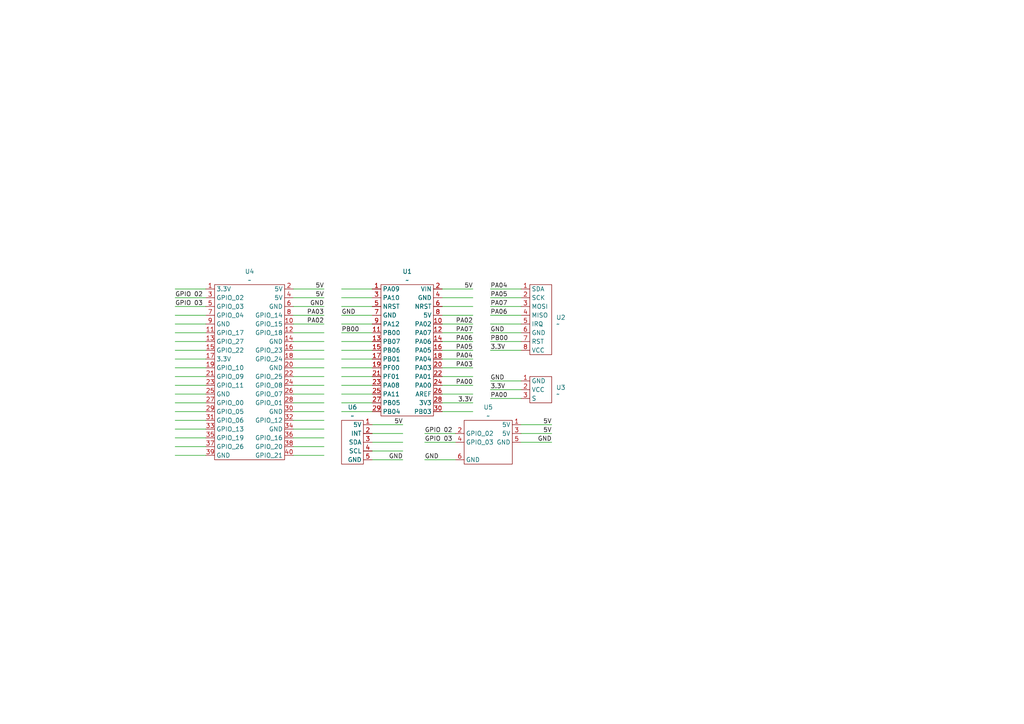
<source format=kicad_sch>
(kicad_sch
	(version 20231120)
	(generator "eeschema")
	(generator_version "8.0")
	(uuid "7e6c5cd2-cce0-40bd-9a07-0f925731dd2c")
	(paper "A4")
	(lib_symbols
		(symbol "NUCLEO-F303K8:NUCLEO-F303K8"
			(exclude_from_sim no)
			(in_bom yes)
			(on_board yes)
			(property "Reference" "U"
				(at 0.508 1.016 0)
				(effects
					(font
						(size 1.27 1.27)
					)
				)
			)
			(property "Value" ""
				(at -2.54 -5.08 0)
				(effects
					(font
						(size 1.27 1.27)
					)
				)
			)
			(property "Footprint" "NUCLEO-F303K8:NUCLEO-F303K8"
				(at 4.064 5.08 0)
				(effects
					(font
						(size 1.27 1.27)
					)
					(hide yes)
				)
			)
			(property "Datasheet" ""
				(at -2.54 -5.08 0)
				(effects
					(font
						(size 1.27 1.27)
					)
					(hide yes)
				)
			)
			(property "Description" ""
				(at -2.54 -5.08 0)
				(effects
					(font
						(size 1.27 1.27)
					)
					(hide yes)
				)
			)
			(symbol "NUCLEO-F303K8_0_1"
				(rectangle
					(start 0 0)
					(end 15.24 -38.1)
					(stroke
						(width 0)
						(type default)
					)
					(fill
						(type none)
					)
				)
			)
			(symbol "NUCLEO-F303K8_1_1"
				(pin passive line
					(at -2.54 -1.27 0)
					(length 2.54)
					(name "PA09"
						(effects
							(font
								(size 1.27 1.27)
							)
						)
					)
					(number "1"
						(effects
							(font
								(size 1.27 1.27)
							)
						)
					)
				)
				(pin passive line
					(at 17.78 -11.43 180)
					(length 2.54)
					(name "PA02"
						(effects
							(font
								(size 1.27 1.27)
							)
						)
					)
					(number "10"
						(effects
							(font
								(size 1.27 1.27)
							)
						)
					)
				)
				(pin passive line
					(at -2.54 -13.97 0)
					(length 2.54)
					(name "PB00"
						(effects
							(font
								(size 1.27 1.27)
							)
						)
					)
					(number "11"
						(effects
							(font
								(size 1.27 1.27)
							)
						)
					)
				)
				(pin passive line
					(at 17.78 -13.97 180)
					(length 2.54)
					(name "PA07"
						(effects
							(font
								(size 1.27 1.27)
							)
						)
					)
					(number "12"
						(effects
							(font
								(size 1.27 1.27)
							)
						)
					)
				)
				(pin passive line
					(at -2.54 -16.51 0)
					(length 2.54)
					(name "PB07"
						(effects
							(font
								(size 1.27 1.27)
							)
						)
					)
					(number "13"
						(effects
							(font
								(size 1.27 1.27)
							)
						)
					)
				)
				(pin passive line
					(at 17.78 -16.51 180)
					(length 2.54)
					(name "PA06"
						(effects
							(font
								(size 1.27 1.27)
							)
						)
					)
					(number "14"
						(effects
							(font
								(size 1.27 1.27)
							)
						)
					)
				)
				(pin passive line
					(at -2.54 -19.05 0)
					(length 2.54)
					(name "PB06"
						(effects
							(font
								(size 1.27 1.27)
							)
						)
					)
					(number "15"
						(effects
							(font
								(size 1.27 1.27)
							)
						)
					)
				)
				(pin passive line
					(at 17.78 -19.05 180)
					(length 2.54)
					(name "PA05"
						(effects
							(font
								(size 1.27 1.27)
							)
						)
					)
					(number "16"
						(effects
							(font
								(size 1.27 1.27)
							)
						)
					)
				)
				(pin passive line
					(at -2.54 -21.59 0)
					(length 2.54)
					(name "PB01"
						(effects
							(font
								(size 1.27 1.27)
							)
						)
					)
					(number "17"
						(effects
							(font
								(size 1.27 1.27)
							)
						)
					)
				)
				(pin passive line
					(at 17.78 -21.59 180)
					(length 2.54)
					(name "PA04"
						(effects
							(font
								(size 1.27 1.27)
							)
						)
					)
					(number "18"
						(effects
							(font
								(size 1.27 1.27)
							)
						)
					)
				)
				(pin passive line
					(at -2.54 -24.13 0)
					(length 2.54)
					(name "PF00"
						(effects
							(font
								(size 1.27 1.27)
							)
						)
					)
					(number "19"
						(effects
							(font
								(size 1.27 1.27)
							)
						)
					)
				)
				(pin passive line
					(at 17.78 -1.27 180)
					(length 2.54)
					(name "VIN"
						(effects
							(font
								(size 1.27 1.27)
							)
						)
					)
					(number "2"
						(effects
							(font
								(size 1.27 1.27)
							)
						)
					)
				)
				(pin passive line
					(at 17.78 -24.13 180)
					(length 2.54)
					(name "PA03"
						(effects
							(font
								(size 1.27 1.27)
							)
						)
					)
					(number "20"
						(effects
							(font
								(size 1.27 1.27)
							)
						)
					)
				)
				(pin passive line
					(at -2.54 -26.67 0)
					(length 2.54)
					(name "PF01"
						(effects
							(font
								(size 1.27 1.27)
							)
						)
					)
					(number "21"
						(effects
							(font
								(size 1.27 1.27)
							)
						)
					)
				)
				(pin passive line
					(at 17.78 -26.67 180)
					(length 2.54)
					(name "PA01"
						(effects
							(font
								(size 1.27 1.27)
							)
						)
					)
					(number "22"
						(effects
							(font
								(size 1.27 1.27)
							)
						)
					)
				)
				(pin passive line
					(at -2.54 -29.21 0)
					(length 2.54)
					(name "PA08"
						(effects
							(font
								(size 1.27 1.27)
							)
						)
					)
					(number "23"
						(effects
							(font
								(size 1.27 1.27)
							)
						)
					)
				)
				(pin passive line
					(at 17.78 -29.21 180)
					(length 2.54)
					(name "PA00"
						(effects
							(font
								(size 1.27 1.27)
							)
						)
					)
					(number "24"
						(effects
							(font
								(size 1.27 1.27)
							)
						)
					)
				)
				(pin passive line
					(at -2.54 -31.75 0)
					(length 2.54)
					(name "PA11"
						(effects
							(font
								(size 1.27 1.27)
							)
						)
					)
					(number "25"
						(effects
							(font
								(size 1.27 1.27)
							)
						)
					)
				)
				(pin passive line
					(at 17.78 -31.75 180)
					(length 2.54)
					(name "AREF"
						(effects
							(font
								(size 1.27 1.27)
							)
						)
					)
					(number "26"
						(effects
							(font
								(size 1.27 1.27)
							)
						)
					)
				)
				(pin passive line
					(at -2.54 -34.29 0)
					(length 2.54)
					(name "PB05"
						(effects
							(font
								(size 1.27 1.27)
							)
						)
					)
					(number "27"
						(effects
							(font
								(size 1.27 1.27)
							)
						)
					)
				)
				(pin passive line
					(at 17.78 -34.29 180)
					(length 2.54)
					(name "3V3"
						(effects
							(font
								(size 1.27 1.27)
							)
						)
					)
					(number "28"
						(effects
							(font
								(size 1.27 1.27)
							)
						)
					)
				)
				(pin passive line
					(at -2.54 -36.83 0)
					(length 2.54)
					(name "PB04"
						(effects
							(font
								(size 1.27 1.27)
							)
						)
					)
					(number "29"
						(effects
							(font
								(size 1.27 1.27)
							)
						)
					)
				)
				(pin passive line
					(at -2.54 -3.81 0)
					(length 2.54)
					(name "PA10"
						(effects
							(font
								(size 1.27 1.27)
							)
						)
					)
					(number "3"
						(effects
							(font
								(size 1.27 1.27)
							)
						)
					)
				)
				(pin passive line
					(at 17.78 -36.83 180)
					(length 2.54)
					(name "PB03"
						(effects
							(font
								(size 1.27 1.27)
							)
						)
					)
					(number "30"
						(effects
							(font
								(size 1.27 1.27)
							)
						)
					)
				)
				(pin passive line
					(at 17.78 -3.81 180)
					(length 2.54)
					(name "GND"
						(effects
							(font
								(size 1.27 1.27)
							)
						)
					)
					(number "4"
						(effects
							(font
								(size 1.27 1.27)
							)
						)
					)
				)
				(pin passive line
					(at -2.54 -6.35 0)
					(length 2.54)
					(name "NRST"
						(effects
							(font
								(size 1.27 1.27)
							)
						)
					)
					(number "5"
						(effects
							(font
								(size 1.27 1.27)
							)
						)
					)
				)
				(pin passive line
					(at 17.78 -6.35 180)
					(length 2.54)
					(name "NRST"
						(effects
							(font
								(size 1.27 1.27)
							)
						)
					)
					(number "6"
						(effects
							(font
								(size 1.27 1.27)
							)
						)
					)
				)
				(pin passive line
					(at -2.54 -8.89 0)
					(length 2.54)
					(name "GND"
						(effects
							(font
								(size 1.27 1.27)
							)
						)
					)
					(number "7"
						(effects
							(font
								(size 1.27 1.27)
							)
						)
					)
				)
				(pin passive line
					(at 17.78 -8.89 180)
					(length 2.54)
					(name "5V"
						(effects
							(font
								(size 1.27 1.27)
							)
						)
					)
					(number "8"
						(effects
							(font
								(size 1.27 1.27)
							)
						)
					)
				)
				(pin passive line
					(at -2.54 -11.43 0)
					(length 2.54)
					(name "PA12"
						(effects
							(font
								(size 1.27 1.27)
							)
						)
					)
					(number "9"
						(effects
							(font
								(size 1.27 1.27)
							)
						)
					)
				)
			)
		)
		(symbol "PassiveBuzzer:PassiveBuzzer"
			(exclude_from_sim no)
			(in_bom yes)
			(on_board yes)
			(property "Reference" "U"
				(at 0.508 1.016 0)
				(effects
					(font
						(size 1.27 1.27)
					)
				)
			)
			(property "Value" ""
				(at 0 0 0)
				(effects
					(font
						(size 1.27 1.27)
					)
				)
			)
			(property "Footprint" "PassiveBuzzer:PassiveBuzzer"
				(at 0 0 0)
				(effects
					(font
						(size 1.27 1.27)
					)
					(hide yes)
				)
			)
			(property "Datasheet" ""
				(at 0 0 0)
				(effects
					(font
						(size 1.27 1.27)
					)
					(hide yes)
				)
			)
			(property "Description" ""
				(at 0 0 0)
				(effects
					(font
						(size 1.27 1.27)
					)
					(hide yes)
				)
			)
			(symbol "PassiveBuzzer_0_1"
				(rectangle
					(start 0 0)
					(end 6.35 -7.62)
					(stroke
						(width 0)
						(type default)
					)
					(fill
						(type none)
					)
				)
			)
			(symbol "PassiveBuzzer_1_1"
				(pin passive line
					(at -2.54 -1.27 0)
					(length 2.54)
					(name "GND"
						(effects
							(font
								(size 1.27 1.27)
							)
						)
					)
					(number "1"
						(effects
							(font
								(size 1.27 1.27)
							)
						)
					)
				)
				(pin passive line
					(at -2.54 -3.81 0)
					(length 2.54)
					(name "VCC"
						(effects
							(font
								(size 1.27 1.27)
							)
						)
					)
					(number "2"
						(effects
							(font
								(size 1.27 1.27)
							)
						)
					)
				)
				(pin passive line
					(at -2.54 -6.35 0)
					(length 2.54)
					(name "S"
						(effects
							(font
								(size 1.27 1.27)
							)
						)
					)
					(number "3"
						(effects
							(font
								(size 1.27 1.27)
							)
						)
					)
				)
			)
		)
		(symbol "RC522:RC522"
			(exclude_from_sim no)
			(in_bom yes)
			(on_board yes)
			(property "Reference" "U"
				(at 0.508 1.016 0)
				(effects
					(font
						(size 1.27 1.27)
					)
				)
			)
			(property "Value" ""
				(at 0 0 0)
				(effects
					(font
						(size 1.27 1.27)
					)
				)
			)
			(property "Footprint" "RC522:RC522"
				(at 0 0 0)
				(effects
					(font
						(size 1.27 1.27)
					)
					(hide yes)
				)
			)
			(property "Datasheet" ""
				(at 0 0 0)
				(effects
					(font
						(size 1.27 1.27)
					)
					(hide yes)
				)
			)
			(property "Description" ""
				(at 0 0 0)
				(effects
					(font
						(size 1.27 1.27)
					)
					(hide yes)
				)
			)
			(symbol "RC522_0_1"
				(rectangle
					(start 0 0)
					(end 6.35 -20.32)
					(stroke
						(width 0)
						(type default)
					)
					(fill
						(type none)
					)
				)
			)
			(symbol "RC522_1_1"
				(pin passive line
					(at -2.54 -1.27 0)
					(length 2.54)
					(name "SDA"
						(effects
							(font
								(size 1.27 1.27)
							)
						)
					)
					(number "1"
						(effects
							(font
								(size 1.27 1.27)
							)
						)
					)
				)
				(pin passive line
					(at -2.54 -3.81 0)
					(length 2.54)
					(name "SCK"
						(effects
							(font
								(size 1.27 1.27)
							)
						)
					)
					(number "2"
						(effects
							(font
								(size 1.27 1.27)
							)
						)
					)
				)
				(pin passive line
					(at -2.54 -6.35 0)
					(length 2.54)
					(name "MOSI"
						(effects
							(font
								(size 1.27 1.27)
							)
						)
					)
					(number "3"
						(effects
							(font
								(size 1.27 1.27)
							)
						)
					)
				)
				(pin passive line
					(at -2.54 -8.89 0)
					(length 2.54)
					(name "MISO"
						(effects
							(font
								(size 1.27 1.27)
							)
						)
					)
					(number "4"
						(effects
							(font
								(size 1.27 1.27)
							)
						)
					)
				)
				(pin passive line
					(at -2.54 -11.43 0)
					(length 2.54)
					(name "IRQ"
						(effects
							(font
								(size 1.27 1.27)
							)
						)
					)
					(number "5"
						(effects
							(font
								(size 1.27 1.27)
							)
						)
					)
				)
				(pin passive line
					(at -2.54 -13.97 0)
					(length 2.54)
					(name "GND"
						(effects
							(font
								(size 1.27 1.27)
							)
						)
					)
					(number "6"
						(effects
							(font
								(size 1.27 1.27)
							)
						)
					)
				)
				(pin passive line
					(at -2.54 -16.51 0)
					(length 2.54)
					(name "RST"
						(effects
							(font
								(size 1.27 1.27)
							)
						)
					)
					(number "7"
						(effects
							(font
								(size 1.27 1.27)
							)
						)
					)
				)
				(pin passive line
					(at -2.54 -19.05 0)
					(length 2.54)
					(name "VCC"
						(effects
							(font
								(size 1.27 1.27)
							)
						)
					)
					(number "8"
						(effects
							(font
								(size 1.27 1.27)
							)
						)
					)
				)
			)
		)
		(symbol "RaspberryPI_4B:RaspberryPI_4B"
			(exclude_from_sim no)
			(in_bom yes)
			(on_board yes)
			(property "Reference" "U"
				(at 0.508 1.016 0)
				(effects
					(font
						(size 1.27 1.27)
					)
				)
			)
			(property "Value" ""
				(at 0 0 0)
				(effects
					(font
						(size 1.27 1.27)
					)
				)
			)
			(property "Footprint" "RaspberryPI_4B:RaspberryPI_4B"
				(at 0 0 0)
				(effects
					(font
						(size 1.27 1.27)
					)
					(hide yes)
				)
			)
			(property "Datasheet" ""
				(at 0 0 0)
				(effects
					(font
						(size 1.27 1.27)
					)
					(hide yes)
				)
			)
			(property "Description" ""
				(at 0 0 0)
				(effects
					(font
						(size 1.27 1.27)
					)
					(hide yes)
				)
			)
			(symbol "RaspberryPI_4B_0_1"
				(rectangle
					(start 0 0)
					(end 20.32 -50.8)
					(stroke
						(width 0)
						(type default)
					)
					(fill
						(type none)
					)
				)
			)
			(symbol "RaspberryPI_4B_1_1"
				(pin passive line
					(at -2.54 -1.27 0)
					(length 2.54)
					(name "3.3V"
						(effects
							(font
								(size 1.27 1.27)
							)
						)
					)
					(number "1"
						(effects
							(font
								(size 1.27 1.27)
							)
						)
					)
				)
				(pin passive line
					(at 22.86 -11.43 180)
					(length 2.54)
					(name "GPIO_15"
						(effects
							(font
								(size 1.27 1.27)
							)
						)
					)
					(number "10"
						(effects
							(font
								(size 1.27 1.27)
							)
						)
					)
				)
				(pin passive line
					(at -2.54 -13.97 0)
					(length 2.54)
					(name "GPIO_17"
						(effects
							(font
								(size 1.27 1.27)
							)
						)
					)
					(number "11"
						(effects
							(font
								(size 1.27 1.27)
							)
						)
					)
				)
				(pin passive line
					(at 22.86 -13.97 180)
					(length 2.54)
					(name "GPIO_18"
						(effects
							(font
								(size 1.27 1.27)
							)
						)
					)
					(number "12"
						(effects
							(font
								(size 1.27 1.27)
							)
						)
					)
				)
				(pin passive line
					(at -2.54 -16.51 0)
					(length 2.54)
					(name "GPIO_27"
						(effects
							(font
								(size 1.27 1.27)
							)
						)
					)
					(number "13"
						(effects
							(font
								(size 1.27 1.27)
							)
						)
					)
				)
				(pin passive line
					(at 22.86 -16.51 180)
					(length 2.54)
					(name "GND"
						(effects
							(font
								(size 1.27 1.27)
							)
						)
					)
					(number "14"
						(effects
							(font
								(size 1.27 1.27)
							)
						)
					)
				)
				(pin passive line
					(at -2.54 -19.05 0)
					(length 2.54)
					(name "GPIO_22"
						(effects
							(font
								(size 1.27 1.27)
							)
						)
					)
					(number "15"
						(effects
							(font
								(size 1.27 1.27)
							)
						)
					)
				)
				(pin passive line
					(at 22.86 -19.05 180)
					(length 2.54)
					(name "GPIO_23"
						(effects
							(font
								(size 1.27 1.27)
							)
						)
					)
					(number "16"
						(effects
							(font
								(size 1.27 1.27)
							)
						)
					)
				)
				(pin passive line
					(at -2.54 -21.59 0)
					(length 2.54)
					(name "3.3V"
						(effects
							(font
								(size 1.27 1.27)
							)
						)
					)
					(number "17"
						(effects
							(font
								(size 1.27 1.27)
							)
						)
					)
				)
				(pin passive line
					(at 22.86 -21.59 180)
					(length 2.54)
					(name "GPIO_24"
						(effects
							(font
								(size 1.27 1.27)
							)
						)
					)
					(number "18"
						(effects
							(font
								(size 1.27 1.27)
							)
						)
					)
				)
				(pin passive line
					(at -2.54 -24.13 0)
					(length 2.54)
					(name "GPIO_10"
						(effects
							(font
								(size 1.27 1.27)
							)
						)
					)
					(number "19"
						(effects
							(font
								(size 1.27 1.27)
							)
						)
					)
				)
				(pin passive line
					(at 22.86 -1.27 180)
					(length 2.54)
					(name "5V"
						(effects
							(font
								(size 1.27 1.27)
							)
						)
					)
					(number "2"
						(effects
							(font
								(size 1.27 1.27)
							)
						)
					)
				)
				(pin passive line
					(at 22.86 -24.13 180)
					(length 2.54)
					(name "GND"
						(effects
							(font
								(size 1.27 1.27)
							)
						)
					)
					(number "20"
						(effects
							(font
								(size 1.27 1.27)
							)
						)
					)
				)
				(pin passive line
					(at -2.54 -26.67 0)
					(length 2.54)
					(name "GPIO_09"
						(effects
							(font
								(size 1.27 1.27)
							)
						)
					)
					(number "21"
						(effects
							(font
								(size 1.27 1.27)
							)
						)
					)
				)
				(pin passive line
					(at 22.86 -26.67 180)
					(length 2.54)
					(name "GPIO_25"
						(effects
							(font
								(size 1.27 1.27)
							)
						)
					)
					(number "22"
						(effects
							(font
								(size 1.27 1.27)
							)
						)
					)
				)
				(pin passive line
					(at -2.54 -29.21 0)
					(length 2.54)
					(name "GPIO_11"
						(effects
							(font
								(size 1.27 1.27)
							)
						)
					)
					(number "23"
						(effects
							(font
								(size 1.27 1.27)
							)
						)
					)
				)
				(pin passive line
					(at 22.86 -29.21 180)
					(length 2.54)
					(name "GPIO_08"
						(effects
							(font
								(size 1.27 1.27)
							)
						)
					)
					(number "24"
						(effects
							(font
								(size 1.27 1.27)
							)
						)
					)
				)
				(pin passive line
					(at -2.54 -31.75 0)
					(length 2.54)
					(name "GND"
						(effects
							(font
								(size 1.27 1.27)
							)
						)
					)
					(number "25"
						(effects
							(font
								(size 1.27 1.27)
							)
						)
					)
				)
				(pin passive line
					(at 22.86 -31.75 180)
					(length 2.54)
					(name "GPIO_07"
						(effects
							(font
								(size 1.27 1.27)
							)
						)
					)
					(number "26"
						(effects
							(font
								(size 1.27 1.27)
							)
						)
					)
				)
				(pin passive line
					(at -2.54 -34.29 0)
					(length 2.54)
					(name "GPIO_00"
						(effects
							(font
								(size 1.27 1.27)
							)
						)
					)
					(number "27"
						(effects
							(font
								(size 1.27 1.27)
							)
						)
					)
				)
				(pin passive line
					(at 22.86 -34.29 180)
					(length 2.54)
					(name "GPIO_01"
						(effects
							(font
								(size 1.27 1.27)
							)
						)
					)
					(number "28"
						(effects
							(font
								(size 1.27 1.27)
							)
						)
					)
				)
				(pin passive line
					(at -2.54 -36.83 0)
					(length 2.54)
					(name "GPIO_05"
						(effects
							(font
								(size 1.27 1.27)
							)
						)
					)
					(number "29"
						(effects
							(font
								(size 1.27 1.27)
							)
						)
					)
				)
				(pin passive line
					(at -2.54 -3.81 0)
					(length 2.54)
					(name "GPIO_02"
						(effects
							(font
								(size 1.27 1.27)
							)
						)
					)
					(number "3"
						(effects
							(font
								(size 1.27 1.27)
							)
						)
					)
				)
				(pin passive line
					(at 22.86 -36.83 180)
					(length 2.54)
					(name "GND"
						(effects
							(font
								(size 1.27 1.27)
							)
						)
					)
					(number "30"
						(effects
							(font
								(size 1.27 1.27)
							)
						)
					)
				)
				(pin passive line
					(at -2.54 -39.37 0)
					(length 2.54)
					(name "GPIO_06"
						(effects
							(font
								(size 1.27 1.27)
							)
						)
					)
					(number "31"
						(effects
							(font
								(size 1.27 1.27)
							)
						)
					)
				)
				(pin passive line
					(at 22.86 -39.37 180)
					(length 2.54)
					(name "GPIO_12"
						(effects
							(font
								(size 1.27 1.27)
							)
						)
					)
					(number "32"
						(effects
							(font
								(size 1.27 1.27)
							)
						)
					)
				)
				(pin passive line
					(at -2.54 -41.91 0)
					(length 2.54)
					(name "GPIO_13"
						(effects
							(font
								(size 1.27 1.27)
							)
						)
					)
					(number "33"
						(effects
							(font
								(size 1.27 1.27)
							)
						)
					)
				)
				(pin passive line
					(at 22.86 -41.91 180)
					(length 2.54)
					(name "GND"
						(effects
							(font
								(size 1.27 1.27)
							)
						)
					)
					(number "34"
						(effects
							(font
								(size 1.27 1.27)
							)
						)
					)
				)
				(pin passive line
					(at -2.54 -44.45 0)
					(length 2.54)
					(name "GPIO_19"
						(effects
							(font
								(size 1.27 1.27)
							)
						)
					)
					(number "35"
						(effects
							(font
								(size 1.27 1.27)
							)
						)
					)
				)
				(pin passive line
					(at 22.86 -44.45 180)
					(length 2.54)
					(name "GPIO_16"
						(effects
							(font
								(size 1.27 1.27)
							)
						)
					)
					(number "36"
						(effects
							(font
								(size 1.27 1.27)
							)
						)
					)
				)
				(pin passive line
					(at -2.54 -46.99 0)
					(length 2.54)
					(name "GPIO_26"
						(effects
							(font
								(size 1.27 1.27)
							)
						)
					)
					(number "37"
						(effects
							(font
								(size 1.27 1.27)
							)
						)
					)
				)
				(pin passive line
					(at 22.86 -46.99 180)
					(length 2.54)
					(name "GPIO_20"
						(effects
							(font
								(size 1.27 1.27)
							)
						)
					)
					(number "38"
						(effects
							(font
								(size 1.27 1.27)
							)
						)
					)
				)
				(pin passive line
					(at -2.54 -49.53 0)
					(length 2.54)
					(name "GND"
						(effects
							(font
								(size 1.27 1.27)
							)
						)
					)
					(number "39"
						(effects
							(font
								(size 1.27 1.27)
							)
						)
					)
				)
				(pin passive line
					(at 22.86 -3.81 180)
					(length 2.54)
					(name "5V"
						(effects
							(font
								(size 1.27 1.27)
							)
						)
					)
					(number "4"
						(effects
							(font
								(size 1.27 1.27)
							)
						)
					)
				)
				(pin passive line
					(at 22.86 -49.53 180)
					(length 2.54)
					(name "GPIO_21"
						(effects
							(font
								(size 1.27 1.27)
							)
						)
					)
					(number "40"
						(effects
							(font
								(size 1.27 1.27)
							)
						)
					)
				)
				(pin passive line
					(at -2.54 -6.35 0)
					(length 2.54)
					(name "GPIO_03"
						(effects
							(font
								(size 1.27 1.27)
							)
						)
					)
					(number "5"
						(effects
							(font
								(size 1.27 1.27)
							)
						)
					)
				)
				(pin passive line
					(at 22.86 -6.35 180)
					(length 2.54)
					(name "GND"
						(effects
							(font
								(size 1.27 1.27)
							)
						)
					)
					(number "6"
						(effects
							(font
								(size 1.27 1.27)
							)
						)
					)
				)
				(pin passive line
					(at -2.54 -8.89 0)
					(length 2.54)
					(name "GPIO_04"
						(effects
							(font
								(size 1.27 1.27)
							)
						)
					)
					(number "7"
						(effects
							(font
								(size 1.27 1.27)
							)
						)
					)
				)
				(pin passive line
					(at 22.86 -8.89 180)
					(length 2.54)
					(name "GPIO_14"
						(effects
							(font
								(size 1.27 1.27)
							)
						)
					)
					(number "8"
						(effects
							(font
								(size 1.27 1.27)
							)
						)
					)
				)
				(pin passive line
					(at -2.54 -11.43 0)
					(length 2.54)
					(name "GND"
						(effects
							(font
								(size 1.27 1.27)
							)
						)
					)
					(number "9"
						(effects
							(font
								(size 1.27 1.27)
							)
						)
					)
				)
			)
		)
		(symbol "RaspberryPI_7inch-Display:RaspberryPI_7inch-Display"
			(exclude_from_sim no)
			(in_bom yes)
			(on_board yes)
			(property "Reference" "U"
				(at 0.508 1.016 0)
				(effects
					(font
						(size 1.27 1.27)
					)
				)
			)
			(property "Value" ""
				(at 0 0 0)
				(effects
					(font
						(size 1.27 1.27)
					)
				)
			)
			(property "Footprint" "RaspberryPI_7inch-Display:RaspberryPI_7inch-Display"
				(at 0 0 0)
				(effects
					(font
						(size 1.27 1.27)
					)
					(hide yes)
				)
			)
			(property "Datasheet" ""
				(at 0 0 0)
				(effects
					(font
						(size 1.27 1.27)
					)
					(hide yes)
				)
			)
			(property "Description" ""
				(at 0 0 0)
				(effects
					(font
						(size 1.27 1.27)
					)
					(hide yes)
				)
			)
			(symbol "RaspberryPI_7inch-Display_0_1"
				(rectangle
					(start 0 0)
					(end 6.35 -12.7)
					(stroke
						(width 0)
						(type default)
					)
					(fill
						(type none)
					)
				)
			)
			(symbol "RaspberryPI_7inch-Display_1_1"
				(pin passive line
					(at 8.89 -1.27 180)
					(length 2.54)
					(name "5V"
						(effects
							(font
								(size 1.27 1.27)
							)
						)
					)
					(number "1"
						(effects
							(font
								(size 1.27 1.27)
							)
						)
					)
				)
				(pin passive line
					(at 8.89 -3.81 180)
					(length 2.54)
					(name "INT"
						(effects
							(font
								(size 1.27 1.27)
							)
						)
					)
					(number "2"
						(effects
							(font
								(size 1.27 1.27)
							)
						)
					)
				)
				(pin passive line
					(at 8.89 -6.35 180)
					(length 2.54)
					(name "SDA"
						(effects
							(font
								(size 1.27 1.27)
							)
						)
					)
					(number "3"
						(effects
							(font
								(size 1.27 1.27)
							)
						)
					)
				)
				(pin passive line
					(at 8.89 -8.89 180)
					(length 2.54)
					(name "SCL"
						(effects
							(font
								(size 1.27 1.27)
							)
						)
					)
					(number "4"
						(effects
							(font
								(size 1.27 1.27)
							)
						)
					)
				)
				(pin passive line
					(at 8.89 -11.43 180)
					(length 2.54)
					(name "GND"
						(effects
							(font
								(size 1.27 1.27)
							)
						)
					)
					(number "5"
						(effects
							(font
								(size 1.27 1.27)
							)
						)
					)
				)
			)
		)
		(symbol "RaspberryPI_UPS:RaspberryPI_UPS"
			(exclude_from_sim no)
			(in_bom yes)
			(on_board yes)
			(property "Reference" "U"
				(at 0.508 1.016 0)
				(effects
					(font
						(size 1.27 1.27)
					)
				)
			)
			(property "Value" ""
				(at 0 0 0)
				(effects
					(font
						(size 1.27 1.27)
					)
				)
			)
			(property "Footprint" "RaspberryPI_UPS:RaspberryPI_UPS"
				(at 0 0 0)
				(effects
					(font
						(size 1.27 1.27)
					)
					(hide yes)
				)
			)
			(property "Datasheet" ""
				(at 0 0 0)
				(effects
					(font
						(size 1.27 1.27)
					)
					(hide yes)
				)
			)
			(property "Description" ""
				(at 0 0 0)
				(effects
					(font
						(size 1.27 1.27)
					)
					(hide yes)
				)
			)
			(symbol "RaspberryPI_UPS_0_1"
				(rectangle
					(start 0 0)
					(end 13.97 -12.7)
					(stroke
						(width 0)
						(type default)
					)
					(fill
						(type none)
					)
				)
			)
			(symbol "RaspberryPI_UPS_1_1"
				(pin passive line
					(at 16.51 -1.27 180)
					(length 2.54)
					(name "5V"
						(effects
							(font
								(size 1.27 1.27)
							)
						)
					)
					(number "1"
						(effects
							(font
								(size 1.27 1.27)
							)
						)
					)
				)
				(pin passive line
					(at -2.54 -3.81 0)
					(length 2.54)
					(name "GPIO_02"
						(effects
							(font
								(size 1.27 1.27)
							)
						)
					)
					(number "2"
						(effects
							(font
								(size 1.27 1.27)
							)
						)
					)
				)
				(pin passive line
					(at 16.51 -3.81 180)
					(length 2.54)
					(name "5V"
						(effects
							(font
								(size 1.27 1.27)
							)
						)
					)
					(number "3"
						(effects
							(font
								(size 1.27 1.27)
							)
						)
					)
				)
				(pin passive line
					(at -2.54 -6.35 0)
					(length 2.54)
					(name "GPIO_03"
						(effects
							(font
								(size 1.27 1.27)
							)
						)
					)
					(number "4"
						(effects
							(font
								(size 1.27 1.27)
							)
						)
					)
				)
				(pin passive line
					(at 16.51 -6.35 180)
					(length 2.54)
					(name "GND"
						(effects
							(font
								(size 1.27 1.27)
							)
						)
					)
					(number "5"
						(effects
							(font
								(size 1.27 1.27)
							)
						)
					)
				)
				(pin passive line
					(at -2.54 -11.43 0)
					(length 2.54)
					(name "GND"
						(effects
							(font
								(size 1.27 1.27)
							)
						)
					)
					(number "6"
						(effects
							(font
								(size 1.27 1.27)
							)
						)
					)
				)
			)
		)
	)
	(wire
		(pts
			(xy 50.8 121.92) (xy 59.69 121.92)
		)
		(stroke
			(width 0)
			(type default)
		)
		(uuid "0048ac63-3457-4fac-bbf9-a7f704862b55")
	)
	(wire
		(pts
			(xy 151.13 123.19) (xy 160.02 123.19)
		)
		(stroke
			(width 0)
			(type default)
		)
		(uuid "01d3fddf-d2f6-4d2b-b47b-8d0a88ffaa18")
	)
	(wire
		(pts
			(xy 50.8 104.14) (xy 59.69 104.14)
		)
		(stroke
			(width 0)
			(type default)
		)
		(uuid "02d050d2-6504-4ab5-93b4-c8662ca4c1a8")
	)
	(wire
		(pts
			(xy 99.06 91.44) (xy 107.95 91.44)
		)
		(stroke
			(width 0)
			(type default)
		)
		(uuid "0466b799-ae69-4d05-a469-d45503dd39a2")
	)
	(wire
		(pts
			(xy 99.06 88.9) (xy 107.95 88.9)
		)
		(stroke
			(width 0)
			(type default)
		)
		(uuid "053b70a6-eb04-4301-a5f1-45f22270b941")
	)
	(wire
		(pts
			(xy 99.06 86.36) (xy 107.95 86.36)
		)
		(stroke
			(width 0)
			(type default)
		)
		(uuid "05aa8153-a79c-47dd-8cc7-bf791276a488")
	)
	(wire
		(pts
			(xy 99.06 101.6) (xy 107.95 101.6)
		)
		(stroke
			(width 0)
			(type default)
		)
		(uuid "0654fb8c-21fd-4428-9edb-433c4706151a")
	)
	(wire
		(pts
			(xy 128.27 114.3) (xy 137.16 114.3)
		)
		(stroke
			(width 0)
			(type default)
		)
		(uuid "07e0f860-917a-4a31-866f-3fe83d153657")
	)
	(wire
		(pts
			(xy 151.13 125.73) (xy 160.02 125.73)
		)
		(stroke
			(width 0)
			(type default)
		)
		(uuid "07f21179-993d-48c5-b716-3d0a20ec5bdb")
	)
	(wire
		(pts
			(xy 107.95 125.73) (xy 116.84 125.73)
		)
		(stroke
			(width 0)
			(type default)
		)
		(uuid "08a83689-d4a3-4c79-8ad6-0075f5c6f3e4")
	)
	(wire
		(pts
			(xy 142.24 93.98) (xy 151.13 93.98)
		)
		(stroke
			(width 0)
			(type default)
		)
		(uuid "09665514-8dd1-4175-93e2-8fe18b8d9be8")
	)
	(wire
		(pts
			(xy 50.8 106.68) (xy 59.69 106.68)
		)
		(stroke
			(width 0)
			(type default)
		)
		(uuid "09773e4f-ce38-4b17-b249-1e3c29da66ba")
	)
	(wire
		(pts
			(xy 85.09 86.36) (xy 93.98 86.36)
		)
		(stroke
			(width 0)
			(type default)
		)
		(uuid "0a199b86-f8c8-488d-a25d-82caa129b580")
	)
	(wire
		(pts
			(xy 50.8 129.54) (xy 59.69 129.54)
		)
		(stroke
			(width 0)
			(type default)
		)
		(uuid "0a47263c-ec58-4938-abc7-4f33b3976f41")
	)
	(wire
		(pts
			(xy 85.09 132.08) (xy 93.98 132.08)
		)
		(stroke
			(width 0)
			(type default)
		)
		(uuid "0a59eebd-7e20-4ba7-aa49-0db167435050")
	)
	(wire
		(pts
			(xy 128.27 91.44) (xy 137.16 91.44)
		)
		(stroke
			(width 0)
			(type default)
		)
		(uuid "0d6f5110-d1b9-4c7e-a82a-f991c76a3f0d")
	)
	(wire
		(pts
			(xy 99.06 83.82) (xy 107.95 83.82)
		)
		(stroke
			(width 0)
			(type default)
		)
		(uuid "11491aeb-0f6d-4b4c-937b-060a70d9a1b5")
	)
	(wire
		(pts
			(xy 151.13 128.27) (xy 160.02 128.27)
		)
		(stroke
			(width 0)
			(type default)
		)
		(uuid "13105048-14b0-4f03-a6b9-3619941db2ea")
	)
	(wire
		(pts
			(xy 50.8 116.84) (xy 59.69 116.84)
		)
		(stroke
			(width 0)
			(type default)
		)
		(uuid "144b15e3-c0a2-45a4-9755-91a6359cbf1b")
	)
	(wire
		(pts
			(xy 128.27 99.06) (xy 137.16 99.06)
		)
		(stroke
			(width 0)
			(type default)
		)
		(uuid "15daaa62-aa41-4de4-b473-3aecc2456c99")
	)
	(wire
		(pts
			(xy 142.24 86.36) (xy 151.13 86.36)
		)
		(stroke
			(width 0)
			(type default)
		)
		(uuid "1622569d-bf40-478a-91b0-2f5099d73a86")
	)
	(wire
		(pts
			(xy 99.06 106.68) (xy 107.95 106.68)
		)
		(stroke
			(width 0)
			(type default)
		)
		(uuid "1945875c-0272-402a-b1ce-30643f51e9e4")
	)
	(wire
		(pts
			(xy 50.8 124.46) (xy 59.69 124.46)
		)
		(stroke
			(width 0)
			(type default)
		)
		(uuid "1b26ebb7-3fde-44e5-8578-610a0020d014")
	)
	(wire
		(pts
			(xy 128.27 93.98) (xy 137.16 93.98)
		)
		(stroke
			(width 0)
			(type default)
		)
		(uuid "1c632623-d0ec-49b0-b0d1-c3d0f2821a0a")
	)
	(wire
		(pts
			(xy 50.8 93.98) (xy 59.69 93.98)
		)
		(stroke
			(width 0)
			(type default)
		)
		(uuid "1d123940-258c-483e-b93a-19d05cd2cbbe")
	)
	(wire
		(pts
			(xy 128.27 86.36) (xy 137.16 86.36)
		)
		(stroke
			(width 0)
			(type default)
		)
		(uuid "1ed80bef-3ea1-4176-ada5-834a5adda9bd")
	)
	(wire
		(pts
			(xy 142.24 115.57) (xy 151.13 115.57)
		)
		(stroke
			(width 0)
			(type default)
		)
		(uuid "243370df-d5ac-471e-9303-1f3e23ac003b")
	)
	(wire
		(pts
			(xy 99.06 116.84) (xy 107.95 116.84)
		)
		(stroke
			(width 0)
			(type default)
		)
		(uuid "28eda822-15a0-477a-b334-df18fb8e4acf")
	)
	(wire
		(pts
			(xy 142.24 83.82) (xy 151.13 83.82)
		)
		(stroke
			(width 0)
			(type default)
		)
		(uuid "28f3c0fe-2766-47e6-b657-43a254e158b6")
	)
	(wire
		(pts
			(xy 85.09 121.92) (xy 93.98 121.92)
		)
		(stroke
			(width 0)
			(type default)
		)
		(uuid "2958cd0c-9201-4369-b569-91eb8d21edad")
	)
	(wire
		(pts
			(xy 128.27 96.52) (xy 137.16 96.52)
		)
		(stroke
			(width 0)
			(type default)
		)
		(uuid "2fad5b89-3af6-4d77-b5bc-c7a3bfea0ad2")
	)
	(wire
		(pts
			(xy 128.27 88.9) (xy 137.16 88.9)
		)
		(stroke
			(width 0)
			(type default)
		)
		(uuid "32eb9e4d-0729-4bdd-82d1-ee5b4995c935")
	)
	(wire
		(pts
			(xy 142.24 101.6) (xy 151.13 101.6)
		)
		(stroke
			(width 0)
			(type default)
		)
		(uuid "3b54c96f-b66d-4bef-82af-1d2753fae73a")
	)
	(wire
		(pts
			(xy 107.95 128.27) (xy 116.84 128.27)
		)
		(stroke
			(width 0)
			(type default)
		)
		(uuid "413db8ed-576a-4a7d-a331-da76c96263f6")
	)
	(wire
		(pts
			(xy 107.95 123.19) (xy 116.84 123.19)
		)
		(stroke
			(width 0)
			(type default)
		)
		(uuid "417a1b13-d538-46e8-a318-791b4855ca08")
	)
	(wire
		(pts
			(xy 85.09 127) (xy 93.98 127)
		)
		(stroke
			(width 0)
			(type default)
		)
		(uuid "4470dcdf-bf26-468e-af9a-c17e9226a01d")
	)
	(wire
		(pts
			(xy 123.19 133.35) (xy 132.08 133.35)
		)
		(stroke
			(width 0)
			(type default)
		)
		(uuid "44c33bd8-b4e9-495e-a998-129ac69d877e")
	)
	(wire
		(pts
			(xy 107.95 130.81) (xy 116.84 130.81)
		)
		(stroke
			(width 0)
			(type default)
		)
		(uuid "4c2f4cb0-ed01-4962-9401-a3fa1e5e7fbc")
	)
	(wire
		(pts
			(xy 128.27 83.82) (xy 137.16 83.82)
		)
		(stroke
			(width 0)
			(type default)
		)
		(uuid "4e60f9b2-9436-451b-a532-ad648ca0a609")
	)
	(wire
		(pts
			(xy 142.24 110.49) (xy 151.13 110.49)
		)
		(stroke
			(width 0)
			(type default)
		)
		(uuid "50309b9d-824f-4fcf-af79-adebaf04452c")
	)
	(wire
		(pts
			(xy 85.09 109.22) (xy 93.98 109.22)
		)
		(stroke
			(width 0)
			(type default)
		)
		(uuid "51601f22-cd54-45b4-ad02-e6bf1d18b251")
	)
	(wire
		(pts
			(xy 142.24 88.9) (xy 151.13 88.9)
		)
		(stroke
			(width 0)
			(type default)
		)
		(uuid "56cdf263-23da-4bfd-99a1-eae79c36e3b2")
	)
	(wire
		(pts
			(xy 85.09 99.06) (xy 93.98 99.06)
		)
		(stroke
			(width 0)
			(type default)
		)
		(uuid "59253fe3-7227-447e-b96c-88c3d320dda9")
	)
	(wire
		(pts
			(xy 99.06 111.76) (xy 107.95 111.76)
		)
		(stroke
			(width 0)
			(type default)
		)
		(uuid "5a5d0235-b9f3-4c2e-a33f-edaf7aab269c")
	)
	(wire
		(pts
			(xy 128.27 104.14) (xy 137.16 104.14)
		)
		(stroke
			(width 0)
			(type default)
		)
		(uuid "6179bc56-0435-4372-b566-15a5f8d86532")
	)
	(wire
		(pts
			(xy 99.06 96.52) (xy 107.95 96.52)
		)
		(stroke
			(width 0)
			(type default)
		)
		(uuid "64a77a64-8a3d-4e3a-8bcd-940b3e82b139")
	)
	(wire
		(pts
			(xy 128.27 119.38) (xy 137.16 119.38)
		)
		(stroke
			(width 0)
			(type default)
		)
		(uuid "65699574-2b73-49a9-bb69-a36272c7f10a")
	)
	(wire
		(pts
			(xy 142.24 91.44) (xy 151.13 91.44)
		)
		(stroke
			(width 0)
			(type default)
		)
		(uuid "66cf8bb6-239c-441f-8c1a-02e1ae321591")
	)
	(wire
		(pts
			(xy 85.09 88.9) (xy 93.98 88.9)
		)
		(stroke
			(width 0)
			(type default)
		)
		(uuid "6a0c1a9d-77ab-42a9-b06d-ab8f3504dc92")
	)
	(wire
		(pts
			(xy 128.27 101.6) (xy 137.16 101.6)
		)
		(stroke
			(width 0)
			(type default)
		)
		(uuid "6a9ca3ed-636c-4289-b117-54d003555208")
	)
	(wire
		(pts
			(xy 99.06 99.06) (xy 107.95 99.06)
		)
		(stroke
			(width 0)
			(type default)
		)
		(uuid "6b036b81-1d02-418c-a07c-893cc40141a9")
	)
	(wire
		(pts
			(xy 99.06 104.14) (xy 107.95 104.14)
		)
		(stroke
			(width 0)
			(type default)
		)
		(uuid "6c7e1ee5-2136-4567-bbed-0f55391f733b")
	)
	(wire
		(pts
			(xy 85.09 114.3) (xy 93.98 114.3)
		)
		(stroke
			(width 0)
			(type default)
		)
		(uuid "704fd7dc-938e-4b5d-b3cf-7a8229d8d5e3")
	)
	(wire
		(pts
			(xy 123.19 128.27) (xy 132.08 128.27)
		)
		(stroke
			(width 0)
			(type default)
		)
		(uuid "711f7d64-0041-48bf-b85c-26761cdf787f")
	)
	(wire
		(pts
			(xy 50.8 109.22) (xy 59.69 109.22)
		)
		(stroke
			(width 0)
			(type default)
		)
		(uuid "72f2afbc-28ce-4d36-9f13-10c5c073a42a")
	)
	(wire
		(pts
			(xy 128.27 109.22) (xy 137.16 109.22)
		)
		(stroke
			(width 0)
			(type default)
		)
		(uuid "74102ad2-7cfa-4cbb-ae00-e88174cb75bc")
	)
	(wire
		(pts
			(xy 50.8 99.06) (xy 59.69 99.06)
		)
		(stroke
			(width 0)
			(type default)
		)
		(uuid "77191720-e754-48d1-a1b9-5bc62cc72b72")
	)
	(wire
		(pts
			(xy 50.8 96.52) (xy 59.69 96.52)
		)
		(stroke
			(width 0)
			(type default)
		)
		(uuid "837bc542-056e-4e94-ba55-517c62813c22")
	)
	(wire
		(pts
			(xy 50.8 101.6) (xy 59.69 101.6)
		)
		(stroke
			(width 0)
			(type default)
		)
		(uuid "847ae477-2512-440b-b1d9-7446bfc75cf6")
	)
	(wire
		(pts
			(xy 50.8 83.82) (xy 59.69 83.82)
		)
		(stroke
			(width 0)
			(type default)
		)
		(uuid "86f081e9-b7d7-4b93-ab20-58a3404ccef5")
	)
	(wire
		(pts
			(xy 50.8 132.08) (xy 59.69 132.08)
		)
		(stroke
			(width 0)
			(type default)
		)
		(uuid "891e5577-73cc-488a-8aaa-bb9d7807a9a5")
	)
	(wire
		(pts
			(xy 128.27 116.84) (xy 137.16 116.84)
		)
		(stroke
			(width 0)
			(type default)
		)
		(uuid "8a1e204f-cfda-4f3e-9fb8-df40830fc140")
	)
	(wire
		(pts
			(xy 85.09 106.68) (xy 93.98 106.68)
		)
		(stroke
			(width 0)
			(type default)
		)
		(uuid "8c4e0c83-0727-4742-9e6b-8cc0651e58e0")
	)
	(wire
		(pts
			(xy 107.95 133.35) (xy 116.84 133.35)
		)
		(stroke
			(width 0)
			(type default)
		)
		(uuid "8f51f0b4-19ff-45fc-b935-a76fc53febee")
	)
	(wire
		(pts
			(xy 85.09 91.44) (xy 93.98 91.44)
		)
		(stroke
			(width 0)
			(type default)
		)
		(uuid "942088d9-ec6c-4397-9011-2bd9b9a13537")
	)
	(wire
		(pts
			(xy 99.06 109.22) (xy 107.95 109.22)
		)
		(stroke
			(width 0)
			(type default)
		)
		(uuid "97c12109-2001-4c60-823e-2f2c880d3a02")
	)
	(wire
		(pts
			(xy 85.09 104.14) (xy 93.98 104.14)
		)
		(stroke
			(width 0)
			(type default)
		)
		(uuid "a4158726-f25d-4f17-973e-09fb60d29d2d")
	)
	(wire
		(pts
			(xy 85.09 129.54) (xy 93.98 129.54)
		)
		(stroke
			(width 0)
			(type default)
		)
		(uuid "a4a22f76-fe4e-479a-9da6-39c9f7a49ebf")
	)
	(wire
		(pts
			(xy 85.09 116.84) (xy 93.98 116.84)
		)
		(stroke
			(width 0)
			(type default)
		)
		(uuid "a9164bee-1989-4400-ac58-2cd498cc9a2c")
	)
	(wire
		(pts
			(xy 128.27 106.68) (xy 137.16 106.68)
		)
		(stroke
			(width 0)
			(type default)
		)
		(uuid "b1bf1a67-8c52-4339-981b-d5b21bd2c763")
	)
	(wire
		(pts
			(xy 99.06 119.38) (xy 107.95 119.38)
		)
		(stroke
			(width 0)
			(type default)
		)
		(uuid "b69f25c3-91fe-43dd-8e34-53c3d6f7bed0")
	)
	(wire
		(pts
			(xy 85.09 93.98) (xy 93.98 93.98)
		)
		(stroke
			(width 0)
			(type default)
		)
		(uuid "b6cd8911-aa1b-4ac1-8cb7-86be5a2d7ab7")
	)
	(wire
		(pts
			(xy 85.09 101.6) (xy 93.98 101.6)
		)
		(stroke
			(width 0)
			(type default)
		)
		(uuid "b713b800-6ac4-4acf-b84e-3633c813390e")
	)
	(wire
		(pts
			(xy 99.06 114.3) (xy 107.95 114.3)
		)
		(stroke
			(width 0)
			(type default)
		)
		(uuid "becae729-7aad-47bb-bbff-f15717801022")
	)
	(wire
		(pts
			(xy 85.09 83.82) (xy 93.98 83.82)
		)
		(stroke
			(width 0)
			(type default)
		)
		(uuid "c4898cec-3b72-4170-b6d8-850ed93268e7")
	)
	(wire
		(pts
			(xy 85.09 124.46) (xy 93.98 124.46)
		)
		(stroke
			(width 0)
			(type default)
		)
		(uuid "cb55debc-e429-45c8-88d3-ee539bfe7bd6")
	)
	(wire
		(pts
			(xy 50.8 111.76) (xy 59.69 111.76)
		)
		(stroke
			(width 0)
			(type default)
		)
		(uuid "ce9afb00-3744-4e68-9154-1bd868ba946c")
	)
	(wire
		(pts
			(xy 123.19 125.73) (xy 132.08 125.73)
		)
		(stroke
			(width 0)
			(type default)
		)
		(uuid "d047f5da-6ae0-4889-bfb4-0d2380c839bd")
	)
	(wire
		(pts
			(xy 50.8 91.44) (xy 59.69 91.44)
		)
		(stroke
			(width 0)
			(type default)
		)
		(uuid "d702b818-11f6-4862-9128-4e49979a2cde")
	)
	(wire
		(pts
			(xy 50.8 127) (xy 59.69 127)
		)
		(stroke
			(width 0)
			(type default)
		)
		(uuid "dbc11549-245f-4129-a5ef-b2d2973f1a0c")
	)
	(wire
		(pts
			(xy 50.8 88.9) (xy 59.69 88.9)
		)
		(stroke
			(width 0)
			(type default)
		)
		(uuid "dff2df52-f6a1-442e-b834-486e91abb126")
	)
	(wire
		(pts
			(xy 50.8 114.3) (xy 59.69 114.3)
		)
		(stroke
			(width 0)
			(type default)
		)
		(uuid "e7b679ee-a33e-4cf5-8209-3d3f7dc0e83c")
	)
	(wire
		(pts
			(xy 142.24 113.03) (xy 151.13 113.03)
		)
		(stroke
			(width 0)
			(type default)
		)
		(uuid "e7fd3085-fc67-49ab-bb0f-00fc9e3cabf7")
	)
	(wire
		(pts
			(xy 99.06 93.98) (xy 107.95 93.98)
		)
		(stroke
			(width 0)
			(type default)
		)
		(uuid "eaf2c1cf-12a1-49ec-a455-4f5f3093204c")
	)
	(wire
		(pts
			(xy 85.09 96.52) (xy 93.98 96.52)
		)
		(stroke
			(width 0)
			(type default)
		)
		(uuid "ec2aff79-891e-441b-9463-77dbc2d00bc2")
	)
	(wire
		(pts
			(xy 142.24 99.06) (xy 151.13 99.06)
		)
		(stroke
			(width 0)
			(type default)
		)
		(uuid "ef086e74-1f13-4684-898f-f5e322825381")
	)
	(wire
		(pts
			(xy 85.09 119.38) (xy 93.98 119.38)
		)
		(stroke
			(width 0)
			(type default)
		)
		(uuid "f4740753-f62c-4bd8-9689-f84be1a58cc9")
	)
	(wire
		(pts
			(xy 50.8 119.38) (xy 59.69 119.38)
		)
		(stroke
			(width 0)
			(type default)
		)
		(uuid "f6b1fd89-41b8-4a97-9457-beba3e79b1f7")
	)
	(wire
		(pts
			(xy 142.24 96.52) (xy 151.13 96.52)
		)
		(stroke
			(width 0)
			(type default)
		)
		(uuid "f7c29f6e-d9b2-49b0-986d-c4323a79d1a9")
	)
	(wire
		(pts
			(xy 50.8 86.36) (xy 59.69 86.36)
		)
		(stroke
			(width 0)
			(type default)
		)
		(uuid "fa298c1b-b566-4123-9957-af0bbcbb3789")
	)
	(wire
		(pts
			(xy 128.27 111.76) (xy 137.16 111.76)
		)
		(stroke
			(width 0)
			(type default)
		)
		(uuid "fa6446c7-793c-4671-a1cd-514717d35edc")
	)
	(wire
		(pts
			(xy 85.09 111.76) (xy 93.98 111.76)
		)
		(stroke
			(width 0)
			(type default)
		)
		(uuid "fdda3bc6-c8ba-4597-96a2-cd9f62d6567a")
	)
	(label "5V"
		(at 93.98 86.36 180)
		(fields_autoplaced yes)
		(effects
			(font
				(size 1.27 1.27)
			)
			(justify right bottom)
		)
		(uuid "01532d1a-0666-4a2f-84a7-44fd74f1c0c6")
	)
	(label "3.3V"
		(at 142.24 101.6 0)
		(fields_autoplaced yes)
		(effects
			(font
				(size 1.27 1.27)
			)
			(justify left bottom)
		)
		(uuid "0e97d1cc-4d2d-4a75-adbf-788cd15d7c96")
	)
	(label "GND"
		(at 123.19 133.35 0)
		(fields_autoplaced yes)
		(effects
			(font
				(size 1.27 1.27)
			)
			(justify left bottom)
		)
		(uuid "13c16a28-7014-4277-9f95-9a91acbfaee3")
	)
	(label "5V"
		(at 160.02 125.73 180)
		(fields_autoplaced yes)
		(effects
			(font
				(size 1.27 1.27)
			)
			(justify right bottom)
		)
		(uuid "1a7a07bc-f65d-41cc-ab3d-46f4310311d3")
	)
	(label "PA03"
		(at 93.98 91.44 180)
		(fields_autoplaced yes)
		(effects
			(font
				(size 1.27 1.27)
			)
			(justify right bottom)
		)
		(uuid "2b6d7eea-8de0-4fb1-bd56-e179e988fcff")
	)
	(label "PA07"
		(at 137.16 96.52 180)
		(fields_autoplaced yes)
		(effects
			(font
				(size 1.27 1.27)
			)
			(justify right bottom)
		)
		(uuid "2d9e601b-2d16-4b34-b1a0-249d67f717b7")
	)
	(label "PA00"
		(at 142.24 115.57 0)
		(fields_autoplaced yes)
		(effects
			(font
				(size 1.27 1.27)
			)
			(justify left bottom)
		)
		(uuid "330f5390-9aee-4189-a550-537964fe8c9f")
	)
	(label "5V"
		(at 93.98 83.82 180)
		(fields_autoplaced yes)
		(effects
			(font
				(size 1.27 1.27)
			)
			(justify right bottom)
		)
		(uuid "39d7572f-97f9-4a7e-b75d-0aa79d020772")
	)
	(label "GND"
		(at 116.84 133.35 180)
		(fields_autoplaced yes)
		(effects
			(font
				(size 1.27 1.27)
			)
			(justify right bottom)
		)
		(uuid "49035223-32f7-4dff-a603-546b2b8debdc")
	)
	(label "GPIO 02"
		(at 50.8 86.36 0)
		(fields_autoplaced yes)
		(effects
			(font
				(size 1.27 1.27)
			)
			(justify left bottom)
		)
		(uuid "4a0d104f-2761-4cd7-a052-c7c7af0332df")
	)
	(label "GND"
		(at 142.24 96.52 0)
		(fields_autoplaced yes)
		(effects
			(font
				(size 1.27 1.27)
			)
			(justify left bottom)
		)
		(uuid "4a0fbedc-e1db-4104-9a8d-dd13c3b97d5d")
	)
	(label "3.3V"
		(at 137.16 116.84 180)
		(fields_autoplaced yes)
		(effects
			(font
				(size 1.27 1.27)
			)
			(justify right bottom)
		)
		(uuid "4b6f002b-8522-42f9-bbae-f131a1411dc2")
	)
	(label "PA06"
		(at 137.16 99.06 180)
		(fields_autoplaced yes)
		(effects
			(font
				(size 1.27 1.27)
			)
			(justify right bottom)
		)
		(uuid "4f6676e9-89dd-4a49-8933-903c5e0b0560")
	)
	(label "5V"
		(at 116.84 123.19 180)
		(fields_autoplaced yes)
		(effects
			(font
				(size 1.27 1.27)
			)
			(justify right bottom)
		)
		(uuid "5a7d7067-c21d-4357-9d24-1ceae6dcddf2")
	)
	(label "PA04"
		(at 142.24 83.82 0)
		(fields_autoplaced yes)
		(effects
			(font
				(size 1.27 1.27)
			)
			(justify left bottom)
		)
		(uuid "617bc99e-3d5f-415f-8b94-a4b000892828")
	)
	(label "PA00"
		(at 137.16 111.76 180)
		(fields_autoplaced yes)
		(effects
			(font
				(size 1.27 1.27)
			)
			(justify right bottom)
		)
		(uuid "81ef9b76-2eec-491b-8513-fe657fd9ddfc")
	)
	(label "PA03"
		(at 137.16 106.68 180)
		(fields_autoplaced yes)
		(effects
			(font
				(size 1.27 1.27)
			)
			(justify right bottom)
		)
		(uuid "983b01d2-fc37-4617-934f-bd87a9885a38")
	)
	(label "PA07"
		(at 142.24 88.9 0)
		(fields_autoplaced yes)
		(effects
			(font
				(size 1.27 1.27)
			)
			(justify left bottom)
		)
		(uuid "9970e8bf-6ad4-49b0-8948-a987a0447e33")
	)
	(label "PA04"
		(at 137.16 104.14 180)
		(fields_autoplaced yes)
		(effects
			(font
				(size 1.27 1.27)
			)
			(justify right bottom)
		)
		(uuid "9e468d2c-3f9d-41e9-9658-dc609c951fb5")
	)
	(label "PB00"
		(at 99.06 96.52 0)
		(fields_autoplaced yes)
		(effects
			(font
				(size 1.27 1.27)
			)
			(justify left bottom)
		)
		(uuid "a261027e-6674-48e3-9126-006ff4c75d1b")
	)
	(label "GND"
		(at 160.02 128.27 180)
		(fields_autoplaced yes)
		(effects
			(font
				(size 1.27 1.27)
			)
			(justify right bottom)
		)
		(uuid "a263c8e0-08b0-4874-90e9-43fa866a922e")
	)
	(label "PA06"
		(at 142.24 91.44 0)
		(fields_autoplaced yes)
		(effects
			(font
				(size 1.27 1.27)
			)
			(justify left bottom)
		)
		(uuid "a489ca72-488c-4630-aaf0-e4b0b7d59a4c")
	)
	(label "GPIO 03"
		(at 123.19 128.27 0)
		(fields_autoplaced yes)
		(effects
			(font
				(size 1.27 1.27)
			)
			(justify left bottom)
		)
		(uuid "a81e9816-7b58-49b5-9411-3825907f1bbd")
	)
	(label "PA05"
		(at 142.24 86.36 0)
		(fields_autoplaced yes)
		(effects
			(font
				(size 1.27 1.27)
			)
			(justify left bottom)
		)
		(uuid "a96839cc-48ad-4049-83fd-f46caa4b9c56")
	)
	(label "PB00"
		(at 142.24 99.06 0)
		(fields_autoplaced yes)
		(effects
			(font
				(size 1.27 1.27)
			)
			(justify left bottom)
		)
		(uuid "aad42586-11c1-46a1-b213-11d9c80c799e")
	)
	(label "GND"
		(at 142.24 110.49 0)
		(fields_autoplaced yes)
		(effects
			(font
				(size 1.27 1.27)
			)
			(justify left bottom)
		)
		(uuid "ac71863a-8b60-4946-b3b7-ae53d0cae630")
	)
	(label "GND"
		(at 99.06 91.44 0)
		(fields_autoplaced yes)
		(effects
			(font
				(size 1.27 1.27)
			)
			(justify left bottom)
		)
		(uuid "b1db0cfb-22c8-4cbc-b820-a1cbcdd9681c")
	)
	(label "3.3V"
		(at 142.24 113.03 0)
		(fields_autoplaced yes)
		(effects
			(font
				(size 1.27 1.27)
			)
			(justify left bottom)
		)
		(uuid "b429bf22-2653-428c-a21e-40bd3efa13a5")
	)
	(label "5V"
		(at 160.02 123.19 180)
		(fields_autoplaced yes)
		(effects
			(font
				(size 1.27 1.27)
			)
			(justify right bottom)
		)
		(uuid "c1c281a4-89e5-4227-9856-371b7bf0b81b")
	)
	(label "PA02"
		(at 93.98 93.98 180)
		(fields_autoplaced yes)
		(effects
			(font
				(size 1.27 1.27)
			)
			(justify right bottom)
		)
		(uuid "c3fd94ac-3ed5-48ff-a36a-f52afb0de93e")
	)
	(label "GPIO 03"
		(at 50.8 88.9 0)
		(fields_autoplaced yes)
		(effects
			(font
				(size 1.27 1.27)
			)
			(justify left bottom)
		)
		(uuid "c59b742b-876e-4f33-8d49-084db5d5d637")
	)
	(label "GND"
		(at 93.98 88.9 180)
		(fields_autoplaced yes)
		(effects
			(font
				(size 1.27 1.27)
			)
			(justify right bottom)
		)
		(uuid "c6df493c-56a7-4dfa-adba-90cbc784f2fe")
	)
	(label "5V"
		(at 137.16 83.82 180)
		(fields_autoplaced yes)
		(effects
			(font
				(size 1.27 1.27)
			)
			(justify right bottom)
		)
		(uuid "cfcb3c85-f900-46da-b0f4-84c266168bd7")
	)
	(label "GPIO 02"
		(at 123.19 125.73 0)
		(fields_autoplaced yes)
		(effects
			(font
				(size 1.27 1.27)
			)
			(justify left bottom)
		)
		(uuid "d6913f8b-e07b-40ff-8093-5b309501a88e")
	)
	(label "PA05"
		(at 137.16 101.6 180)
		(fields_autoplaced yes)
		(effects
			(font
				(size 1.27 1.27)
			)
			(justify right bottom)
		)
		(uuid "e54cefce-3a66-48e7-86e4-c377f9940cc1")
	)
	(label "PA02"
		(at 137.16 93.98 180)
		(fields_autoplaced yes)
		(effects
			(font
				(size 1.27 1.27)
			)
			(justify right bottom)
		)
		(uuid "ff164dc6-d1cb-497d-b5be-981bbf04f3fe")
	)
	(symbol
		(lib_id "RC522:RC522")
		(at 153.67 82.55 0)
		(unit 1)
		(exclude_from_sim no)
		(in_bom yes)
		(on_board yes)
		(dnp no)
		(fields_autoplaced yes)
		(uuid "6c993f64-153a-486d-bc5f-584416a67cb9")
		(property "Reference" "U2"
			(at 161.29 92.0749 0)
			(effects
				(font
					(size 1.27 1.27)
				)
				(justify left)
			)
		)
		(property "Value" "~"
			(at 161.29 93.98 0)
			(effects
				(font
					(size 1.27 1.27)
				)
				(justify left)
			)
		)
		(property "Footprint" "RC522:RC522"
			(at 153.67 82.55 0)
			(effects
				(font
					(size 1.27 1.27)
				)
				(hide yes)
			)
		)
		(property "Datasheet" ""
			(at 153.67 82.55 0)
			(effects
				(font
					(size 1.27 1.27)
				)
				(hide yes)
			)
		)
		(property "Description" ""
			(at 153.67 82.55 0)
			(effects
				(font
					(size 1.27 1.27)
				)
				(hide yes)
			)
		)
		(pin "6"
			(uuid "b626ecab-fa9b-4a9d-93e0-b547b4a84102")
		)
		(pin "2"
			(uuid "055c98c2-bf87-47bb-8295-59f5c7d9eaaa")
		)
		(pin "5"
			(uuid "deb35d91-b129-4e46-ac18-5f6b5cc2c14f")
		)
		(pin "4"
			(uuid "2676f98f-e4dd-471b-bb74-4a2d449a3a00")
		)
		(pin "1"
			(uuid "f227eb49-25d3-4f8a-ad87-366ca4587b95")
		)
		(pin "3"
			(uuid "8b0a9472-401f-4b97-80a0-53c11e50d161")
		)
		(pin "8"
			(uuid "7a0e223e-a243-4b41-963f-a1bfb4e64af2")
		)
		(pin "7"
			(uuid "82535371-3cfc-4bee-9966-d0a51f5cacc3")
		)
		(instances
			(project ""
				(path "/7e6c5cd2-cce0-40bd-9a07-0f925731dd2c"
					(reference "U2")
					(unit 1)
				)
			)
		)
	)
	(symbol
		(lib_id "PassiveBuzzer:PassiveBuzzer")
		(at 153.67 109.22 0)
		(unit 1)
		(exclude_from_sim no)
		(in_bom yes)
		(on_board yes)
		(dnp no)
		(fields_autoplaced yes)
		(uuid "8a8990d5-1b2b-4e30-9995-3df2d5dc73c0")
		(property "Reference" "U3"
			(at 161.29 112.3949 0)
			(effects
				(font
					(size 1.27 1.27)
				)
				(justify left)
			)
		)
		(property "Value" "~"
			(at 161.29 114.3 0)
			(effects
				(font
					(size 1.27 1.27)
				)
				(justify left)
			)
		)
		(property "Footprint" "PassiveBuzzer:PassiveBuzzer"
			(at 153.67 109.22 0)
			(effects
				(font
					(size 1.27 1.27)
				)
				(hide yes)
			)
		)
		(property "Datasheet" ""
			(at 153.67 109.22 0)
			(effects
				(font
					(size 1.27 1.27)
				)
				(hide yes)
			)
		)
		(property "Description" ""
			(at 153.67 109.22 0)
			(effects
				(font
					(size 1.27 1.27)
				)
				(hide yes)
			)
		)
		(pin "2"
			(uuid "13fd3e90-df2a-4dc4-a539-2860287d22ab")
		)
		(pin "3"
			(uuid "63137a2c-36c2-4f36-bd6d-c252d6f2f48a")
		)
		(pin "1"
			(uuid "19f32823-d83f-4cea-b559-f883aad5323c")
		)
		(instances
			(project ""
				(path "/7e6c5cd2-cce0-40bd-9a07-0f925731dd2c"
					(reference "U3")
					(unit 1)
				)
			)
		)
	)
	(symbol
		(lib_id "RaspberryPI_UPS:RaspberryPI_UPS")
		(at 134.62 121.92 0)
		(unit 1)
		(exclude_from_sim no)
		(in_bom yes)
		(on_board yes)
		(dnp no)
		(fields_autoplaced yes)
		(uuid "929113ea-e42f-4f0e-b137-2aeccc2bca82")
		(property "Reference" "U5"
			(at 141.605 118.11 0)
			(effects
				(font
					(size 1.27 1.27)
				)
			)
		)
		(property "Value" "~"
			(at 141.605 120.65 0)
			(effects
				(font
					(size 1.27 1.27)
				)
			)
		)
		(property "Footprint" "RaspberryPI_UPS:RaspberryPI_UPS"
			(at 134.62 121.92 0)
			(effects
				(font
					(size 1.27 1.27)
				)
				(hide yes)
			)
		)
		(property "Datasheet" ""
			(at 134.62 121.92 0)
			(effects
				(font
					(size 1.27 1.27)
				)
				(hide yes)
			)
		)
		(property "Description" ""
			(at 134.62 121.92 0)
			(effects
				(font
					(size 1.27 1.27)
				)
				(hide yes)
			)
		)
		(pin "3"
			(uuid "cfb58922-86d4-4435-83c5-c367c4b88776")
		)
		(pin "2"
			(uuid "3a98cae8-8e5f-4702-af59-ef139507ba45")
		)
		(pin "4"
			(uuid "7336262c-6e58-48f8-a062-13e2b76cb8ca")
		)
		(pin "5"
			(uuid "719c7e7d-f1d6-4789-b959-f70d52c490b9")
		)
		(pin "1"
			(uuid "a6989d39-ff4e-4c9e-a34e-c571f675cff1")
		)
		(pin "6"
			(uuid "febedfff-3faf-4601-8b70-a2c14750439d")
		)
		(instances
			(project ""
				(path "/7e6c5cd2-cce0-40bd-9a07-0f925731dd2c"
					(reference "U5")
					(unit 1)
				)
			)
		)
	)
	(symbol
		(lib_id "RaspberryPI_4B:RaspberryPI_4B")
		(at 62.23 82.55 0)
		(unit 1)
		(exclude_from_sim no)
		(in_bom yes)
		(on_board yes)
		(dnp no)
		(fields_autoplaced yes)
		(uuid "b84ec8b2-fd6f-4341-8be2-390ea8d2f1f3")
		(property "Reference" "U4"
			(at 72.39 78.74 0)
			(effects
				(font
					(size 1.27 1.27)
				)
			)
		)
		(property "Value" "~"
			(at 72.39 81.28 0)
			(effects
				(font
					(size 1.27 1.27)
				)
			)
		)
		(property "Footprint" "RaspberryPI_4B:RaspberryPI_4B"
			(at 62.23 82.55 0)
			(effects
				(font
					(size 1.27 1.27)
				)
				(hide yes)
			)
		)
		(property "Datasheet" ""
			(at 62.23 82.55 0)
			(effects
				(font
					(size 1.27 1.27)
				)
				(hide yes)
			)
		)
		(property "Description" ""
			(at 62.23 82.55 0)
			(effects
				(font
					(size 1.27 1.27)
				)
				(hide yes)
			)
		)
		(pin "7"
			(uuid "ca220654-8575-4490-83b9-32e1310c096f")
		)
		(pin "20"
			(uuid "016a4edd-e017-449c-ac16-d9d47afc9b61")
		)
		(pin "23"
			(uuid "79970313-3027-4286-8a18-f8a927157e4d")
		)
		(pin "40"
			(uuid "c10fdf90-dd9b-4f14-87d6-a7f31e2ffbd3")
		)
		(pin "15"
			(uuid "6a8f7bbe-cc6f-43be-ab23-c816f60443ea")
		)
		(pin "21"
			(uuid "7c2e0a2e-a3cf-4751-8905-81c5ad770a8c")
		)
		(pin "11"
			(uuid "1c7d6fd8-a7c0-4cf9-903f-8d071cb2981e")
		)
		(pin "28"
			(uuid "3900f44c-cdb3-4029-b035-79d5366b8ee5")
		)
		(pin "37"
			(uuid "482e6c91-e2e4-4ffd-91b3-b725c3458031")
		)
		(pin "13"
			(uuid "153b0fd3-ee21-4c54-baef-a2ba9ce0c657")
		)
		(pin "31"
			(uuid "87107a20-6391-43e6-8ac3-e3446dad204d")
		)
		(pin "27"
			(uuid "91bf54a1-18ef-4215-bed5-32e3a86aa463")
		)
		(pin "4"
			(uuid "b809a3e5-dde5-4ec3-a4cc-498425d1e5fe")
		)
		(pin "17"
			(uuid "9b86a1b4-05c8-48d6-9ab6-f6ef8bd47201")
		)
		(pin "2"
			(uuid "762258de-6fcb-4e9e-bf8e-772ba6995448")
		)
		(pin "34"
			(uuid "5f3cd2ab-3dd9-4a93-8b65-490c05dcbbd4")
		)
		(pin "10"
			(uuid "1cfb6e2e-62a7-4349-a0cf-7d85e4c75bdb")
		)
		(pin "30"
			(uuid "f71c93ae-6a22-4b82-84a9-20684e5d29b3")
		)
		(pin "39"
			(uuid "3cc3082a-ffb4-48a4-ad59-4d752dc22351")
		)
		(pin "33"
			(uuid "98be68e7-66a3-461a-ab3a-e471f27ede32")
		)
		(pin "36"
			(uuid "ff8a79f6-525e-4f30-a7e7-902297961b54")
		)
		(pin "25"
			(uuid "4fc50d0c-1340-48c2-9eee-0d4ec8474742")
		)
		(pin "18"
			(uuid "c60ba060-9fea-429e-95d1-8c0e1a8835b2")
		)
		(pin "1"
			(uuid "40b2a0d5-ff70-427e-95b3-e1bfce9930db")
		)
		(pin "19"
			(uuid "44c4dcf4-fde4-4877-bf32-55f66eb9004b")
		)
		(pin "24"
			(uuid "e06212d5-0124-4ce3-a364-fd5741d3557c")
		)
		(pin "12"
			(uuid "cd3d5b7e-ab35-4dbc-be09-f451037c4a1e")
		)
		(pin "22"
			(uuid "983fe3b5-1d3f-438c-bc83-ce8176164f1a")
		)
		(pin "35"
			(uuid "7ff322bf-900c-4dbd-8750-d8fec73a953e")
		)
		(pin "9"
			(uuid "70273aef-0f07-4047-bcb6-a2b39469bc7c")
		)
		(pin "3"
			(uuid "e0e8d316-98fb-474e-85b4-4e0aa8553434")
		)
		(pin "8"
			(uuid "90c14e75-1e05-44a1-bce2-b0f40713c162")
		)
		(pin "14"
			(uuid "168e28ca-6745-400b-82f8-6bd5d1c4f5a8")
		)
		(pin "26"
			(uuid "4b2eb28a-a3d4-483a-9321-b263a179dece")
		)
		(pin "32"
			(uuid "7538d4b9-84e3-423b-b13c-9151ade18633")
		)
		(pin "16"
			(uuid "688fd1f1-a281-4afc-815b-81dff3e91fec")
		)
		(pin "38"
			(uuid "d4fb0d51-b87e-4429-8b9e-189efba90fc5")
		)
		(pin "29"
			(uuid "b2809267-0d56-4e51-a344-002f6f09fe99")
		)
		(pin "5"
			(uuid "7faa3c1c-d8b4-4808-ae17-d10f22f8f880")
		)
		(pin "6"
			(uuid "b90b9674-c951-40cf-b5ff-e8ad53d8438f")
		)
		(instances
			(project ""
				(path "/7e6c5cd2-cce0-40bd-9a07-0f925731dd2c"
					(reference "U4")
					(unit 1)
				)
			)
		)
	)
	(symbol
		(lib_id "NUCLEO-F303K8:NUCLEO-F303K8")
		(at 110.49 82.55 0)
		(unit 1)
		(exclude_from_sim no)
		(in_bom yes)
		(on_board yes)
		(dnp no)
		(fields_autoplaced yes)
		(uuid "e4e67c54-3d13-4322-a4e7-2b8432ea5035")
		(property "Reference" "U1"
			(at 118.11 78.74 0)
			(effects
				(font
					(size 1.27 1.27)
				)
			)
		)
		(property "Value" "~"
			(at 118.11 81.28 0)
			(effects
				(font
					(size 1.27 1.27)
				)
			)
		)
		(property "Footprint" "NUCLEO-F303K8:NUCLEO-F303K8"
			(at 114.554 77.47 0)
			(effects
				(font
					(size 1.27 1.27)
				)
				(hide yes)
			)
		)
		(property "Datasheet" ""
			(at 107.95 87.63 0)
			(effects
				(font
					(size 1.27 1.27)
				)
				(hide yes)
			)
		)
		(property "Description" ""
			(at 107.95 87.63 0)
			(effects
				(font
					(size 1.27 1.27)
				)
				(hide yes)
			)
		)
		(pin "6"
			(uuid "f385a386-be1d-4fbb-b2b4-3f2bd04667c6")
		)
		(pin "3"
			(uuid "a1220504-2401-4c6d-8dd4-ba712bceae52")
		)
		(pin "27"
			(uuid "675e422b-50e1-4d78-875c-a55e9ef65ecd")
		)
		(pin "30"
			(uuid "d65342a5-198d-41a4-9a1e-688e3af1cc7d")
		)
		(pin "16"
			(uuid "03cf12aa-833b-432c-906f-58d70ca6c9e3")
		)
		(pin "2"
			(uuid "ee3024bd-314e-4ace-a6a9-851c94ae5bcf")
		)
		(pin "7"
			(uuid "12855463-41db-4135-b7e4-f839de53e38d")
		)
		(pin "18"
			(uuid "4ccf9c49-b36d-4967-bd33-fb385c573ce4")
		)
		(pin "17"
			(uuid "1ec8f78c-3b92-4679-99c3-118f76341908")
		)
		(pin "20"
			(uuid "b55d1693-a2d6-4566-9d6d-06d23b2b49bd")
		)
		(pin "21"
			(uuid "ec010b10-8134-47ca-85c7-1f614565a1d9")
		)
		(pin "19"
			(uuid "c289d96a-41eb-4606-b207-a72617b242c5")
		)
		(pin "4"
			(uuid "6bbe5b04-c736-45b5-aad1-c13467dad0b6")
		)
		(pin "11"
			(uuid "7a89f399-e6cb-4f04-ad4d-6d238a1521fe")
		)
		(pin "9"
			(uuid "46f0b0e5-db17-4275-89d6-34817d5da13b")
		)
		(pin "10"
			(uuid "7f4d3f7c-c17d-443f-98c0-7b6096423aa3")
		)
		(pin "12"
			(uuid "6d6893b9-b00c-482c-a610-414a802435c8")
		)
		(pin "15"
			(uuid "b94cd0b0-2989-4bb5-bc02-f2851276cce5")
		)
		(pin "25"
			(uuid "6c478fcd-6e45-4d51-a026-9b619a7cc495")
		)
		(pin "5"
			(uuid "989312fc-81f4-4594-9f8f-8cf449b6a6d7")
		)
		(pin "13"
			(uuid "4f18b60d-7281-4d25-a2cf-a3805287fdf5")
		)
		(pin "29"
			(uuid "18adc594-271a-4113-819f-b70f7dedf4a8")
		)
		(pin "8"
			(uuid "fff33e7e-275e-40ad-83dd-863174a37d73")
		)
		(pin "23"
			(uuid "2df28fc5-4a46-4024-9d80-9da563dcd26e")
		)
		(pin "14"
			(uuid "846f88a8-a973-4af3-98da-e8ce6b8e10eb")
		)
		(pin "24"
			(uuid "5ce9dca7-92b8-4319-bc39-191c01ec0e43")
		)
		(pin "26"
			(uuid "0c1e4e69-f328-4c44-a799-952643c1f55b")
		)
		(pin "1"
			(uuid "354b730f-5609-4e57-921e-ade94e92e08d")
		)
		(pin "28"
			(uuid "e9cb4f22-afd5-4871-9079-54cf54b4a905")
		)
		(pin "22"
			(uuid "4f1dbd43-57c4-47ff-a7f2-1870bee522e2")
		)
		(instances
			(project ""
				(path "/7e6c5cd2-cce0-40bd-9a07-0f925731dd2c"
					(reference "U1")
					(unit 1)
				)
			)
		)
	)
	(symbol
		(lib_id "RaspberryPI_7inch-Display:RaspberryPI_7inch-Display")
		(at 99.06 121.92 0)
		(unit 1)
		(exclude_from_sim no)
		(in_bom yes)
		(on_board yes)
		(dnp no)
		(fields_autoplaced yes)
		(uuid "f5273cde-871c-4094-af4e-b852d592e30e")
		(property "Reference" "U6"
			(at 102.235 118.11 0)
			(effects
				(font
					(size 1.27 1.27)
				)
			)
		)
		(property "Value" "~"
			(at 102.235 120.65 0)
			(effects
				(font
					(size 1.27 1.27)
				)
			)
		)
		(property "Footprint" "RaspberryPI_7inch-Display:RaspberryPI_7inch-Display"
			(at 99.06 121.92 0)
			(effects
				(font
					(size 1.27 1.27)
				)
				(hide yes)
			)
		)
		(property "Datasheet" ""
			(at 99.06 121.92 0)
			(effects
				(font
					(size 1.27 1.27)
				)
				(hide yes)
			)
		)
		(property "Description" ""
			(at 99.06 121.92 0)
			(effects
				(font
					(size 1.27 1.27)
				)
				(hide yes)
			)
		)
		(pin "3"
			(uuid "11ae5f39-7be5-4eeb-abde-95ebfc532389")
		)
		(pin "4"
			(uuid "34cee7f6-c918-4ae7-b6e2-eb282ef8547a")
		)
		(pin "2"
			(uuid "a9c17bb9-b293-4abb-b474-fb1c97e6150e")
		)
		(pin "1"
			(uuid "f193befa-0899-4e2d-b6f6-fb8a7552091b")
		)
		(pin "5"
			(uuid "a4bd711b-6944-469e-83bb-277939c6344b")
		)
		(instances
			(project ""
				(path "/7e6c5cd2-cce0-40bd-9a07-0f925731dd2c"
					(reference "U6")
					(unit 1)
				)
			)
		)
	)
	(sheet_instances
		(path "/"
			(page "1")
		)
	)
)

</source>
